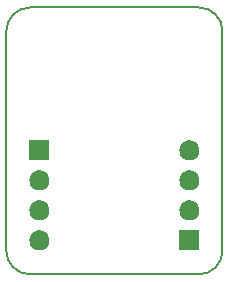
<source format=gbr>
G04 #@! TF.GenerationSoftware,KiCad,Pcbnew,5.0.1-33cea8e~68~ubuntu18.10.1*
G04 #@! TF.CreationDate,2018-12-01T22:17:56+02:00*
G04 #@! TF.ProjectId,BRK-VSSOP-8-2.4x2.1-P0.5,42524B2D5653534F502D382D322E3478,v1.0*
G04 #@! TF.SameCoordinates,Original*
G04 #@! TF.FileFunction,Soldermask,Bot*
G04 #@! TF.FilePolarity,Negative*
%FSLAX46Y46*%
G04 Gerber Fmt 4.6, Leading zero omitted, Abs format (unit mm)*
G04 Created by KiCad (PCBNEW 5.0.1-33cea8e~68~ubuntu18.10.1) date la  1. joulukuuta 2018 22.17.56*
%MOMM*%
%LPD*%
G01*
G04 APERTURE LIST*
%ADD10C,0.150000*%
%ADD11C,0.100000*%
G04 APERTURE END LIST*
D10*
X52000000Y-70600000D02*
G75*
G02X50000000Y-68600000I0J2000000D01*
G01*
X68300000Y-68600000D02*
G75*
G02X66300000Y-70600000I-2000000J0D01*
G01*
X66300000Y-48000000D02*
G75*
G02X68300000Y-50000000I0J-2000000D01*
G01*
X50000000Y-50000000D02*
G75*
G02X52000000Y-48000000I2000000J0D01*
G01*
X66300000Y-70600000D02*
X52000000Y-70600000D01*
X68300000Y-50000000D02*
X68300000Y-68600000D01*
X52000000Y-48000000D02*
X66300000Y-48000000D01*
X50000000Y-68600000D02*
X50000000Y-50000000D01*
D11*
G36*
X66350000Y-68570000D02*
X64650000Y-68570000D01*
X64650000Y-66870000D01*
X66350000Y-66870000D01*
X66350000Y-68570000D01*
X66350000Y-68570000D01*
G37*
G36*
X52966627Y-66882299D02*
X53057088Y-66909740D01*
X53126855Y-66930903D01*
X53180712Y-66959691D01*
X53274517Y-67009830D01*
X53403948Y-67116052D01*
X53510170Y-67245483D01*
X53560309Y-67339288D01*
X53589097Y-67393145D01*
X53589097Y-67393146D01*
X53637701Y-67553373D01*
X53654113Y-67720000D01*
X53637701Y-67886627D01*
X53637700Y-67886629D01*
X53589097Y-68046855D01*
X53560309Y-68100712D01*
X53510170Y-68194517D01*
X53403948Y-68323948D01*
X53274517Y-68430170D01*
X53180712Y-68480309D01*
X53126855Y-68509097D01*
X53057088Y-68530260D01*
X52966627Y-68557701D01*
X52841757Y-68570000D01*
X52758243Y-68570000D01*
X52633373Y-68557701D01*
X52542912Y-68530260D01*
X52473145Y-68509097D01*
X52419288Y-68480309D01*
X52325483Y-68430170D01*
X52196052Y-68323948D01*
X52089830Y-68194517D01*
X52039691Y-68100712D01*
X52010903Y-68046855D01*
X51962300Y-67886629D01*
X51962299Y-67886627D01*
X51945887Y-67720000D01*
X51962299Y-67553373D01*
X52010903Y-67393146D01*
X52010903Y-67393145D01*
X52039691Y-67339288D01*
X52089830Y-67245483D01*
X52196052Y-67116052D01*
X52325483Y-67009830D01*
X52419288Y-66959691D01*
X52473145Y-66930903D01*
X52542912Y-66909740D01*
X52633373Y-66882299D01*
X52758243Y-66870000D01*
X52841757Y-66870000D01*
X52966627Y-66882299D01*
X52966627Y-66882299D01*
G37*
G36*
X65666627Y-64342299D02*
X65757088Y-64369740D01*
X65826855Y-64390903D01*
X65880712Y-64419691D01*
X65974517Y-64469830D01*
X66103948Y-64576052D01*
X66210170Y-64705483D01*
X66260309Y-64799288D01*
X66289097Y-64853145D01*
X66289097Y-64853146D01*
X66337701Y-65013373D01*
X66354113Y-65180000D01*
X66337701Y-65346627D01*
X66337700Y-65346629D01*
X66289097Y-65506855D01*
X66260309Y-65560712D01*
X66210170Y-65654517D01*
X66103948Y-65783948D01*
X65974517Y-65890170D01*
X65880712Y-65940309D01*
X65826855Y-65969097D01*
X65757088Y-65990260D01*
X65666627Y-66017701D01*
X65541757Y-66030000D01*
X65458243Y-66030000D01*
X65333373Y-66017701D01*
X65242912Y-65990260D01*
X65173145Y-65969097D01*
X65119288Y-65940309D01*
X65025483Y-65890170D01*
X64896052Y-65783948D01*
X64789830Y-65654517D01*
X64739691Y-65560712D01*
X64710903Y-65506855D01*
X64662300Y-65346629D01*
X64662299Y-65346627D01*
X64645887Y-65180000D01*
X64662299Y-65013373D01*
X64710903Y-64853146D01*
X64710903Y-64853145D01*
X64739691Y-64799288D01*
X64789830Y-64705483D01*
X64896052Y-64576052D01*
X65025483Y-64469830D01*
X65119288Y-64419691D01*
X65173145Y-64390903D01*
X65242912Y-64369740D01*
X65333373Y-64342299D01*
X65458243Y-64330000D01*
X65541757Y-64330000D01*
X65666627Y-64342299D01*
X65666627Y-64342299D01*
G37*
G36*
X52966627Y-64342299D02*
X53057088Y-64369740D01*
X53126855Y-64390903D01*
X53180712Y-64419691D01*
X53274517Y-64469830D01*
X53403948Y-64576052D01*
X53510170Y-64705483D01*
X53560309Y-64799288D01*
X53589097Y-64853145D01*
X53589097Y-64853146D01*
X53637701Y-65013373D01*
X53654113Y-65180000D01*
X53637701Y-65346627D01*
X53637700Y-65346629D01*
X53589097Y-65506855D01*
X53560309Y-65560712D01*
X53510170Y-65654517D01*
X53403948Y-65783948D01*
X53274517Y-65890170D01*
X53180712Y-65940309D01*
X53126855Y-65969097D01*
X53057088Y-65990260D01*
X52966627Y-66017701D01*
X52841757Y-66030000D01*
X52758243Y-66030000D01*
X52633373Y-66017701D01*
X52542912Y-65990260D01*
X52473145Y-65969097D01*
X52419288Y-65940309D01*
X52325483Y-65890170D01*
X52196052Y-65783948D01*
X52089830Y-65654517D01*
X52039691Y-65560712D01*
X52010903Y-65506855D01*
X51962300Y-65346629D01*
X51962299Y-65346627D01*
X51945887Y-65180000D01*
X51962299Y-65013373D01*
X52010903Y-64853146D01*
X52010903Y-64853145D01*
X52039691Y-64799288D01*
X52089830Y-64705483D01*
X52196052Y-64576052D01*
X52325483Y-64469830D01*
X52419288Y-64419691D01*
X52473145Y-64390903D01*
X52542912Y-64369740D01*
X52633373Y-64342299D01*
X52758243Y-64330000D01*
X52841757Y-64330000D01*
X52966627Y-64342299D01*
X52966627Y-64342299D01*
G37*
G36*
X65666627Y-61802299D02*
X65757088Y-61829740D01*
X65826855Y-61850903D01*
X65880712Y-61879691D01*
X65974517Y-61929830D01*
X66103948Y-62036052D01*
X66210170Y-62165483D01*
X66260309Y-62259288D01*
X66289097Y-62313145D01*
X66289097Y-62313146D01*
X66337701Y-62473373D01*
X66354113Y-62640000D01*
X66337701Y-62806627D01*
X66337700Y-62806629D01*
X66289097Y-62966855D01*
X66260309Y-63020712D01*
X66210170Y-63114517D01*
X66103948Y-63243948D01*
X65974517Y-63350170D01*
X65880712Y-63400309D01*
X65826855Y-63429097D01*
X65757088Y-63450260D01*
X65666627Y-63477701D01*
X65541757Y-63490000D01*
X65458243Y-63490000D01*
X65333373Y-63477701D01*
X65242912Y-63450260D01*
X65173145Y-63429097D01*
X65119288Y-63400309D01*
X65025483Y-63350170D01*
X64896052Y-63243948D01*
X64789830Y-63114517D01*
X64739691Y-63020712D01*
X64710903Y-62966855D01*
X64662300Y-62806629D01*
X64662299Y-62806627D01*
X64645887Y-62640000D01*
X64662299Y-62473373D01*
X64710903Y-62313146D01*
X64710903Y-62313145D01*
X64739691Y-62259288D01*
X64789830Y-62165483D01*
X64896052Y-62036052D01*
X65025483Y-61929830D01*
X65119288Y-61879691D01*
X65173145Y-61850903D01*
X65242912Y-61829740D01*
X65333373Y-61802299D01*
X65458243Y-61790000D01*
X65541757Y-61790000D01*
X65666627Y-61802299D01*
X65666627Y-61802299D01*
G37*
G36*
X52966627Y-61802299D02*
X53057088Y-61829740D01*
X53126855Y-61850903D01*
X53180712Y-61879691D01*
X53274517Y-61929830D01*
X53403948Y-62036052D01*
X53510170Y-62165483D01*
X53560309Y-62259288D01*
X53589097Y-62313145D01*
X53589097Y-62313146D01*
X53637701Y-62473373D01*
X53654113Y-62640000D01*
X53637701Y-62806627D01*
X53637700Y-62806629D01*
X53589097Y-62966855D01*
X53560309Y-63020712D01*
X53510170Y-63114517D01*
X53403948Y-63243948D01*
X53274517Y-63350170D01*
X53180712Y-63400309D01*
X53126855Y-63429097D01*
X53057088Y-63450260D01*
X52966627Y-63477701D01*
X52841757Y-63490000D01*
X52758243Y-63490000D01*
X52633373Y-63477701D01*
X52542912Y-63450260D01*
X52473145Y-63429097D01*
X52419288Y-63400309D01*
X52325483Y-63350170D01*
X52196052Y-63243948D01*
X52089830Y-63114517D01*
X52039691Y-63020712D01*
X52010903Y-62966855D01*
X51962300Y-62806629D01*
X51962299Y-62806627D01*
X51945887Y-62640000D01*
X51962299Y-62473373D01*
X52010903Y-62313146D01*
X52010903Y-62313145D01*
X52039691Y-62259288D01*
X52089830Y-62165483D01*
X52196052Y-62036052D01*
X52325483Y-61929830D01*
X52419288Y-61879691D01*
X52473145Y-61850903D01*
X52542912Y-61829740D01*
X52633373Y-61802299D01*
X52758243Y-61790000D01*
X52841757Y-61790000D01*
X52966627Y-61802299D01*
X52966627Y-61802299D01*
G37*
G36*
X65666627Y-59262299D02*
X65757088Y-59289740D01*
X65826855Y-59310903D01*
X65880712Y-59339691D01*
X65974517Y-59389830D01*
X66103948Y-59496052D01*
X66210170Y-59625483D01*
X66260309Y-59719288D01*
X66289097Y-59773145D01*
X66289097Y-59773146D01*
X66337701Y-59933373D01*
X66354113Y-60100000D01*
X66337701Y-60266627D01*
X66337700Y-60266629D01*
X66289097Y-60426855D01*
X66260309Y-60480712D01*
X66210170Y-60574517D01*
X66103948Y-60703948D01*
X65974517Y-60810170D01*
X65880712Y-60860309D01*
X65826855Y-60889097D01*
X65757088Y-60910260D01*
X65666627Y-60937701D01*
X65541757Y-60950000D01*
X65458243Y-60950000D01*
X65333373Y-60937701D01*
X65242912Y-60910260D01*
X65173145Y-60889097D01*
X65119288Y-60860309D01*
X65025483Y-60810170D01*
X64896052Y-60703948D01*
X64789830Y-60574517D01*
X64739691Y-60480712D01*
X64710903Y-60426855D01*
X64662300Y-60266629D01*
X64662299Y-60266627D01*
X64645887Y-60100000D01*
X64662299Y-59933373D01*
X64710903Y-59773146D01*
X64710903Y-59773145D01*
X64739691Y-59719288D01*
X64789830Y-59625483D01*
X64896052Y-59496052D01*
X65025483Y-59389830D01*
X65119288Y-59339691D01*
X65173145Y-59310903D01*
X65242912Y-59289740D01*
X65333373Y-59262299D01*
X65458243Y-59250000D01*
X65541757Y-59250000D01*
X65666627Y-59262299D01*
X65666627Y-59262299D01*
G37*
G36*
X53650000Y-60950000D02*
X51950000Y-60950000D01*
X51950000Y-59250000D01*
X53650000Y-59250000D01*
X53650000Y-60950000D01*
X53650000Y-60950000D01*
G37*
M02*

</source>
